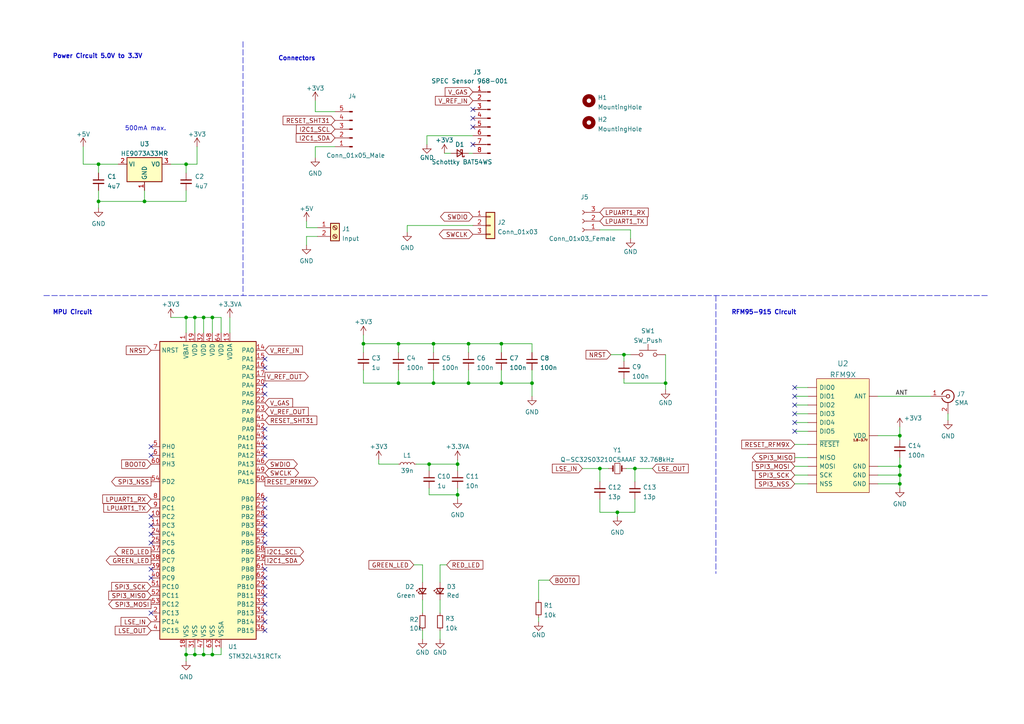
<source format=kicad_sch>
(kicad_sch (version 20211123) (generator eeschema)
  (paper "A4")
  (title_block (title "Diseño PCB Nodo Sensor Version 2.0") (date "2022-09-13") (company "UTEC"))
  (lib_symbols
    (symbol "Connector:Conn_01x03_Female" (pin_names (offset 1.016) hide)
      (property "Reference" "J" (at 0 5.08 0))
      (property "Value" "Conn_01x03_Female" (at 0 -5.08 0))
      (symbol "Conn_01x03_Female_1_1"
        (arc (start 0 -2.032) (mid -0.508 -2.54) (end 0 -3.048) (stroke (width 0.1524)))
        (polyline (pts (xy -1.27 -2.54) (xy -0.508 -2.54)) (stroke (width 0.1524)))
        (polyline (pts (xy -1.27 0) (xy -0.508 0)) (stroke (width 0.1524)))
        (polyline (pts (xy -1.27 2.54) (xy -0.508 2.54)) (stroke (width 0.1524)))
        (arc (start 0 0.508) (mid -0.508 0) (end 0 -0.508) (stroke (width 0.1524)))
        (arc (start 0 3.048) (mid -0.508 2.54) (end 0 2.032) (stroke (width 0.1524)))
        (pin passive line (at -5.08 2.54 0) (length 3.81) (name "Pin_1") (number "1"))
        (pin passive line (at -5.08 0 0) (length 3.81) (name "Pin_2") (number "2"))
        (pin passive line (at -5.08 -2.54 0) (length 3.81) (name "Pin_3") (number "3"))
      )
    )
    (symbol "Connector:Conn_01x05_Male" (pin_names (offset 1.016) hide)
      (property "Reference" "J" (at 0 7.62 0))
      (property "Value" "Conn_01x05_Male" (at 0 -7.62 0))
      (symbol "Conn_01x05_Male_1_1"
        (polyline (pts (xy 1.27 -5.08) (xy 0.8636 -5.08)) (stroke (width 0.1524)))
        (polyline (pts (xy 1.27 -2.54) (xy 0.8636 -2.54)) (stroke (width 0.1524)))
        (polyline (pts (xy 1.27 0) (xy 0.8636 0)) (stroke (width 0.1524)))
        (polyline (pts (xy 1.27 2.54) (xy 0.8636 2.54)) (stroke (width 0.1524)))
        (polyline (pts (xy 1.27 5.08) (xy 0.8636 5.08)) (stroke (width 0.1524)))
        (rectangle (start 0.8636 -4.953) (end 0 -5.207) (stroke (width 0.1524)) (fill (type outline)))
        (rectangle (start 0.8636 -2.413) (end 0 -2.667) (stroke (width 0.1524)) (fill (type outline)))
        (rectangle (start 0.8636 0.127) (end 0 -0.127) (stroke (width 0.1524)) (fill (type outline)))
        (rectangle (start 0.8636 2.667) (end 0 2.413) (stroke (width 0.1524)) (fill (type outline)))
        (rectangle (start 0.8636 5.207) (end 0 4.953) (stroke (width 0.1524)) (fill (type outline)))
        (pin passive line (at 5.08 5.08 180) (length 3.81) (name "Pin_1") (number "1"))
        (pin passive line (at 5.08 2.54 180) (length 3.81) (name "Pin_2") (number "2"))
        (pin passive line (at 5.08 0 180) (length 3.81) (name "Pin_3") (number "3"))
        (pin passive line (at 5.08 -2.54 180) (length 3.81) (name "Pin_4") (number "4"))
        (pin passive line (at 5.08 -5.08 180) (length 3.81) (name "Pin_5") (number "5"))
      )
    )
    (symbol "Connector:Conn_01x08_Male" (pin_names (offset 1.016) hide)
      (property "Reference" "J" (at 0 10.16 0))
      (property "Value" "Conn_01x08_Male" (at 0 -12.7 0))
      (symbol "Conn_01x08_Male_1_1"
        (polyline (pts (xy 1.27 -10.16) (xy 0.8636 -10.16)) (stroke (width 0.1524)))
        (polyline (pts (xy 1.27 -7.62) (xy 0.8636 -7.62)) (stroke (width 0.1524)))
        (polyline (pts (xy 1.27 -5.08) (xy 0.8636 -5.08)) (stroke (width 0.1524)))
        (polyline (pts (xy 1.27 -2.54) (xy 0.8636 -2.54)) (stroke (width 0.1524)))
        (polyline (pts (xy 1.27 0) (xy 0.8636 0)) (stroke (width 0.1524)))
        (polyline (pts (xy 1.27 2.54) (xy 0.8636 2.54)) (stroke (width 0.1524)))
        (polyline (pts (xy 1.27 5.08) (xy 0.8636 5.08)) (stroke (width 0.1524)))
        (polyline (pts (xy 1.27 7.62) (xy 0.8636 7.62)) (stroke (width 0.1524)))
        (rectangle (start 0.8636 -10.033) (end 0 -10.287) (stroke (width 0.1524)) (fill (type outline)))
        (rectangle (start 0.8636 -7.493) (end 0 -7.747) (stroke (width 0.1524)) (fill (type outline)))
        (rectangle (start 0.8636 -4.953) (end 0 -5.207) (stroke (width 0.1524)) (fill (type outline)))
        (rectangle (start 0.8636 -2.413) (end 0 -2.667) (stroke (width 0.1524)) (fill (type outline)))
        (rectangle (start 0.8636 0.127) (end 0 -0.127) (stroke (width 0.1524)) (fill (type outline)))
        (rectangle (start 0.8636 2.667) (end 0 2.413) (stroke (width 0.1524)) (fill (type outline)))
        (rectangle (start 0.8636 5.207) (end 0 4.953) (stroke (width 0.1524)) (fill (type outline)))
        (rectangle (start 0.8636 7.747) (end 0 7.493) (stroke (width 0.1524)) (fill (type outline)))
        (pin passive line (at 5.08 7.62 180) (length 3.81) (name "Pin_1") (number "1"))
        (pin passive line (at 5.08 5.08 180) (length 3.81) (name "Pin_2") (number "2"))
        (pin passive line (at 5.08 2.54 180) (length 3.81) (name "Pin_3") (number "3"))
        (pin passive line (at 5.08 0 180) (length 3.81) (name "Pin_4") (number "4"))
        (pin passive line (at 5.08 -2.54 180) (length 3.81) (name "Pin_5") (number "5"))
        (pin passive line (at 5.08 -5.08 180) (length 3.81) (name "Pin_6") (number "6"))
        (pin passive line (at 5.08 -7.62 180) (length 3.81) (name "Pin_7") (number "7"))
        (pin passive line (at 5.08 -10.16 180) (length 3.81) (name "Pin_8") (number "8"))
      )
    )
    (symbol "Connector:Conn_Coaxial" (pin_names (offset 1.016) hide)
      (property "Reference" "J" (at 0.254 3.048 0))
      (property "Value" "Conn_Coaxial" (at 2.921 0 90))
      (symbol "Conn_Coaxial_0_1"
        (arc (start -1.778 -0.508) (mid 0.222 -1.808) (end 1.778 0) (stroke (width 0.254)))
        (polyline (pts (xy -2.54 0) (xy -0.508 0)))
        (polyline (pts (xy 0 -2.54) (xy 0 -1.778)))
        (circle (center 0 0) (radius 0.508) (stroke (width 0.2032)))
        (arc (start 1.778 0) (mid 0.222 1.8083) (end -1.778 0.508) (stroke (width 0.254)))
      )
      (symbol "Conn_Coaxial_1_1"
        (pin passive line (at -5.08 0 0) (length 2.54) (name "In") (number "1"))
        (pin passive line (at 0 -5.08 90) (length 2.54) (name "Ext") (number "2"))
      )
    )
    (symbol "Connector:Screw_Terminal_01x02" (pin_names (offset 1.016) hide)
      (property "Reference" "J" (at 0 2.54 0))
      (property "Value" "Screw_Terminal_01x02" (at 0 -5.08 0))
      (symbol "Screw_Terminal_01x02_1_1"
        (rectangle (start -1.27 1.27) (end 1.27 -3.81) (stroke (width 0.254)) (fill (type background)))
        (circle (center 0 -2.54) (radius 0.635) (stroke (width 0.1524)))
        (polyline (pts (xy -0.5334 -2.2098) (xy 0.3302 -3.048)) (stroke (width 0.1524)))
        (polyline (pts (xy -0.5334 0.3302) (xy 0.3302 -0.508)) (stroke (width 0.1524)))
        (polyline (pts (xy -0.3556 -2.032) (xy 0.508 -2.8702)) (stroke (width 0.1524)))
        (polyline (pts (xy -0.3556 0.508) (xy 0.508 -0.3302)) (stroke (width 0.1524)))
        (circle (center 0 0) (radius 0.635) (stroke (width 0.1524)))
        (pin passive line (at -5.08 0 0) (length 3.81) (name "Pin_1") (number "1"))
        (pin passive line (at -5.08 -2.54 0) (length 3.81) (name "Pin_2") (number "2"))
      )
    )
    (symbol "Connector_Generic:Conn_01x03" (pin_names (offset 1.016) hide)
      (property "Reference" "J" (at 0 5.08 0))
      (property "Value" "Conn_01x03" (at 0 -5.08 0))
      (symbol "Conn_01x03_1_1"
        (rectangle (start -1.27 -2.413) (end 0 -2.667) (stroke (width 0.1524)))
        (rectangle (start -1.27 0.127) (end 0 -0.127) (stroke (width 0.1524)))
        (rectangle (start -1.27 2.667) (end 0 2.413) (stroke (width 0.1524)))
        (rectangle (start -1.27 3.81) (end 1.27 -3.81) (stroke (width 0.254)) (fill (type background)))
        (pin passive line (at -5.08 2.54 0) (length 3.81) (name "Pin_1") (number "1"))
        (pin passive line (at -5.08 0 0) (length 3.81) (name "Pin_2") (number "2"))
        (pin passive line (at -5.08 -2.54 0) (length 3.81) (name "Pin_3") (number "3"))
      )
    )
    (symbol "Device:C_Small" (pin_numbers hide) (pin_names (offset 0.254) hide)
      (property "Reference" "C" (at 0.254 1.778 0))
      (property "Value" "C_Small" (at 0.254 -2.032 0))
      (symbol "C_Small_0_1"
        (polyline (pts (xy -1.524 -0.508) (xy 1.524 -0.508)) (stroke (width 0.3302)))
        (polyline (pts (xy -1.524 0.508) (xy 1.524 0.508)) (stroke (width 0.3048)))
      )
      (symbol "C_Small_1_1"
        (pin passive line (at 0 2.54 270) (length 2.032) (name "~") (number "1"))
        (pin passive line (at 0 -2.54 90) (length 2.032) (name "~") (number "2"))
      )
    )
    (symbol "Device:Crystal_Small" (pin_numbers hide) (pin_names (offset 1.016) hide)
      (property "Reference" "Y" (at 0 2.54 0))
      (property "Value" "Crystal_Small" (at 0 -2.54 0))
      (symbol "Crystal_Small_0_1"
        (rectangle (start -0.762 -1.524) (end 0.762 1.524))
        (polyline (pts (xy -1.27 -0.762) (xy -1.27 0.762)) (stroke (width 0.381)))
        (polyline (pts (xy 1.27 -0.762) (xy 1.27 0.762)) (stroke (width 0.381)))
      )
      (symbol "Crystal_Small_1_1"
        (pin passive line (at -2.54 0 0) (length 1.27) (name "1") (number "1"))
        (pin passive line (at 2.54 0 180) (length 1.27) (name "2") (number "2"))
      )
    )
    (symbol "Device:D_Schottky_Small" (pin_numbers hide) (pin_names (offset 0.254) hide)
      (property "Reference" "D" (at -1.27 2.032 0))
      (property "Value" "D_Schottky_Small" (at -7.112 -2.032 0))
      (symbol "D_Schottky_Small_0_1"
        (polyline (pts (xy -0.762 0) (xy 0.762 0)))
        (polyline (pts (xy 0.762 -1.016) (xy -0.762 0) (xy 0.762 1.016) (xy 0.762 -1.016)) (stroke (width 0.254)))
        (polyline (pts (xy -1.27 0.762) (xy -1.27 1.016) (xy -0.762 1.016) (xy -0.762 -1.016) (xy -0.254 -1.016) (xy -0.254 -0.762)) (stroke (width 0.254)))
      )
      (symbol "D_Schottky_Small_1_1"
        (pin passive line (at -2.54 0 0) (length 1.778) (name "K") (number "1"))
        (pin passive line (at 2.54 0 180) (length 1.778) (name "A") (number "2"))
      )
    )
    (symbol "Device:LED_Small" (pin_numbers hide) (pin_names (offset 0.254) hide)
      (property "Reference" "D" (at -1.27 3.175 0))
      (property "Value" "LED_Small" (at -4.445 -2.54 0))
      (symbol "LED_Small_0_1"
        (polyline (pts (xy -0.762 -1.016) (xy -0.762 1.016)) (stroke (width 0.254)))
        (polyline (pts (xy 1.016 0) (xy -0.762 0)))
        (polyline (pts (xy 0.762 -1.016) (xy -0.762 0) (xy 0.762 1.016) (xy 0.762 -1.016)) (stroke (width 0.254)))
        (polyline (pts (xy 0 0.762) (xy -0.508 1.27) (xy -0.254 1.27) (xy -0.508 1.27) (xy -0.508 1.016)))
        (polyline (pts (xy 0.508 1.27) (xy 0 1.778) (xy 0.254 1.778) (xy 0 1.778) (xy 0 1.524)))
      )
      (symbol "LED_Small_1_1"
        (pin passive line (at -2.54 0 0) (length 1.778) (name "K") (number "1"))
        (pin passive line (at 2.54 0 180) (length 1.778) (name "A") (number "2"))
      )
    )
    (symbol "Device:L_Small" (pin_numbers hide) (pin_names (offset 0.254) hide)
      (property "Reference" "L" (at 0.762 1.016 0))
      (property "Value" "L_Small" (at 0.762 -1.016 0))
      (symbol "L_Small_0_1"
        (arc (start 0 -2.032) (mid 0.508 -1.524) (end 0 -1.016))
        (arc (start 0 -1.016) (mid 0.508 -0.508) (end 0 0))
        (arc (start 0 0) (mid 0.508 0.508) (end 0 1.016))
        (arc (start 0 1.016) (mid 0.508 1.524) (end 0 2.032))
      )
      (symbol "L_Small_1_1"
        (pin passive line (at 0 2.54 270) (length 0.508) (name "~") (number "1"))
        (pin passive line (at 0 -2.54 90) (length 0.508) (name "~") (number "2"))
      )
    )
    (symbol "Device:R_Small" (pin_numbers hide) (pin_names (offset 0.254) hide)
      (property "Reference" "R" (at 0.762 0.508 0))
      (property "Value" "R_Small" (at 0.762 -1.016 0))
      (symbol "R_Small_0_1"
        (rectangle (start -0.762 1.778) (end 0.762 -1.778) (stroke (width 0.2032)))
      )
      (symbol "R_Small_1_1"
        (pin passive line (at 0 2.54 270) (length 0.762) (name "~") (number "1"))
        (pin passive line (at 0 -2.54 90) (length 0.762) (name "~") (number "2"))
      )
    )
    (symbol "MCU_ST_STM32L4:STM32L431RCTx"
      (property "Reference" "U" (at -15.24 44.45 0))
      (property "Value" "STM32L431RCTx" (at 7.62 44.45 0))
      (symbol "STM32L431RCTx_0_1"
        (rectangle (start -15.24 -43.18) (end 12.7 43.18) (stroke (width 0.254)) (fill (type background)))
      )
      (symbol "STM32L431RCTx_1_1"
        (pin power_in line (at -7.62 45.72 270) (length 2.54) (name "VBAT") (number "1"))
        (pin bidirectional line (at -17.78 -7.62 0) (length 2.54) (name "PC2") (number "10"))
        (pin bidirectional line (at -17.78 -10.16 0) (length 2.54) (name "PC3") (number "11"))
        (pin power_in line (at 2.54 -45.72 90) (length 2.54) (name "VSSA") (number "12"))
        (pin power_in line (at 5.08 45.72 270) (length 2.54) (name "VDDA") (number "13"))
        (pin bidirectional line (at 15.24 40.64 180) (length 2.54) (name "PA0") (number "14"))
        (pin bidirectional line (at 15.24 38.1 180) (length 2.54) (name "PA1") (number "15"))
        (pin bidirectional line (at 15.24 35.56 180) (length 2.54) (name "PA2") (number "16"))
        (pin bidirectional line (at 15.24 33.02 180) (length 2.54) (name "PA3") (number "17"))
        (pin power_in line (at -7.62 -45.72 90) (length 2.54) (name "VSS") (number "18"))
        (pin power_in line (at -5.08 45.72 270) (length 2.54) (name "VDD") (number "19"))
        (pin bidirectional line (at -17.78 -35.56 0) (length 2.54) (name "PC13") (number "2"))
        (pin bidirectional line (at 15.24 30.48 180) (length 2.54) (name "PA4") (number "20"))
        (pin bidirectional line (at 15.24 27.94 180) (length 2.54) (name "PA5") (number "21"))
        (pin bidirectional line (at 15.24 25.4 180) (length 2.54) (name "PA6") (number "22"))
        (pin bidirectional line (at 15.24 22.86 180) (length 2.54) (name "PA7") (number "23"))
        (pin bidirectional line (at -17.78 -12.7 0) (length 2.54) (name "PC4") (number "24"))
        (pin bidirectional line (at -17.78 -15.24 0) (length 2.54) (name "PC5") (number "25"))
        (pin bidirectional line (at 15.24 -2.54 180) (length 2.54) (name "PB0") (number "26"))
        (pin bidirectional line (at 15.24 -5.08 180) (length 2.54) (name "PB1") (number "27"))
        (pin bidirectional line (at 15.24 -7.62 180) (length 2.54) (name "PB2") (number "28"))
        (pin bidirectional line (at 15.24 -27.94 180) (length 2.54) (name "PB10") (number "29"))
        (pin bidirectional line (at -17.78 -38.1 0) (length 2.54) (name "PC14") (number "3"))
        (pin bidirectional line (at 15.24 -30.48 180) (length 2.54) (name "PB11") (number "30"))
        (pin power_in line (at -5.08 -45.72 90) (length 2.54) (name "VSS") (number "31"))
        (pin power_in line (at -2.54 45.72 270) (length 2.54) (name "VDD") (number "32"))
        (pin bidirectional line (at 15.24 -33.02 180) (length 2.54) (name "PB12") (number "33"))
        (pin bidirectional line (at 15.24 -35.56 180) (length 2.54) (name "PB13") (number "34"))
        (pin bidirectional line (at 15.24 -38.1 180) (length 2.54) (name "PB14") (number "35"))
        (pin bidirectional line (at 15.24 -40.64 180) (length 2.54) (name "PB15") (number "36"))
        (pin bidirectional line (at -17.78 -17.78 0) (length 2.54) (name "PC6") (number "37"))
        (pin bidirectional line (at -17.78 -20.32 0) (length 2.54) (name "PC7") (number "38"))
        (pin bidirectional line (at -17.78 -22.86 0) (length 2.54) (name "PC8") (number "39"))
        (pin bidirectional line (at -17.78 -40.64 0) (length 2.54) (name "PC15") (number "4"))
        (pin bidirectional line (at -17.78 -25.4 0) (length 2.54) (name "PC9") (number "40"))
        (pin bidirectional line (at 15.24 20.32 180) (length 2.54) (name "PA8") (number "41"))
        (pin bidirectional line (at 15.24 17.78 180) (length 2.54) (name "PA9") (number "42"))
        (pin bidirectional line (at 15.24 15.24 180) (length 2.54) (name "PA10") (number "43"))
        (pin bidirectional line (at 15.24 12.7 180) (length 2.54) (name "PA11") (number "44"))
        (pin bidirectional line (at 15.24 10.16 180) (length 2.54) (name "PA12") (number "45"))
        (pin bidirectional line (at 15.24 7.62 180) (length 2.54) (name "PA13") (number "46"))
        (pin power_in line (at -2.54 -45.72 90) (length 2.54) (name "VSS") (number "47"))
        (pin power_in line (at 0 45.72 270) (length 2.54) (name "VDD") (number "48"))
        (pin bidirectional line (at 15.24 5.08 180) (length 2.54) (name "PA14") (number "49"))
        (pin input line (at -17.78 12.7 0) (length 2.54) (name "PH0") (number "5"))
        (pin bidirectional line (at 15.24 2.54 180) (length 2.54) (name "PA15") (number "50"))
        (pin bidirectional line (at -17.78 -27.94 0) (length 2.54) (name "PC10") (number "51"))
        (pin bidirectional line (at -17.78 -30.48 0) (length 2.54) (name "PC11") (number "52"))
        (pin bidirectional line (at -17.78 -33.02 0) (length 2.54) (name "PC12") (number "53"))
        (pin bidirectional line (at -17.78 2.54 0) (length 2.54) (name "PD2") (number "54"))
        (pin bidirectional line (at 15.24 -10.16 180) (length 2.54) (name "PB3") (number "55"))
        (pin bidirectional line (at 15.24 -12.7 180) (length 2.54) (name "PB4") (number "56"))
        (pin bidirectional line (at 15.24 -15.24 180) (length 2.54) (name "PB5") (number "57"))
        (pin bidirectional line (at 15.24 -17.78 180) (length 2.54) (name "PB6") (number "58"))
        (pin bidirectional line (at 15.24 -20.32 180) (length 2.54) (name "PB7") (number "59"))
        (pin input line (at -17.78 10.16 0) (length 2.54) (name "PH1") (number "6"))
        (pin bidirectional line (at -17.78 7.62 0) (length 2.54) (name "PH3") (number "60"))
        (pin bidirectional line (at 15.24 -22.86 180) (length 2.54) (name "PB8") (number "61"))
        (pin bidirectional line (at 15.24 -25.4 180) (length 2.54) (name "PB9") (number "62"))
        (pin power_in line (at 0 -45.72 90) (length 2.54) (name "VSS") (number "63"))
        (pin power_in line (at 2.54 45.72 270) (length 2.54) (name "VDD") (number "64"))
        (pin input line (at -17.78 40.64 0) (length 2.54) (name "NRST") (number "7"))
        (pin bidirectional line (at -17.78 -2.54 0) (length 2.54) (name "PC0") (number "8"))
        (pin bidirectional line (at -17.78 -5.08 0) (length 2.54) (name "PC1") (number "9"))
      )
    )
    (symbol "Mechanical:MountingHole" (pin_names (offset 1.016))
      (property "Reference" "H" (at 0 5.08 0))
      (property "Value" "MountingHole" (at 0 3.175 0))
      (symbol "MountingHole_0_1"
        (circle (center 0 0) (radius 1.27) (stroke (width 1.27)))
      )
    )
    (symbol "RFM9X:RFM9X" (pin_numbers hide) (pin_names (offset 0.762))
      (property "Reference" "U" (at 0 -17.78 0))
      (property "Value" "RFM9X" (at 0 17.78 0))
      (symbol "RFM9X_0_0"
        (text "1.8-3.7V" (at 5.08 -1.27 0) (effects (font (size 0.6096 0.6096))))
      )
      (symbol "RFM9X_0_1"
        (rectangle (start -7.62 16.51) (end 7.62 -16.51) (fill (type background)))
      )
      (symbol "RFM9X_1_1"
        (pin power_in line (at 10.16 -8.89 180) (length 2.54) (name "GND") (number "1"))
        (pin bidirectional line (at -10.16 11.43 0) (length 2.54) (name "DIO1") (number "10"))
        (pin bidirectional line (at -10.16 13.97 0) (length 2.54) (name "DIO0") (number "11"))
        (pin power_in line (at 10.16 0 180) (length 2.54) (name "VDD") (number "12"))
        (pin bidirectional line (at -10.16 3.81 0) (length 2.54) (name "DIO4") (number "13"))
        (pin bidirectional line (at -10.16 6.35 0) (length 2.54) (name "DIO3") (number "14"))
        (pin power_in line (at 10.16 -13.97 180) (length 2.54) (name "GND") (number "15"))
        (pin output line (at 10.16 11.43 180) (length 2.54) (name "ANT") (number "16"))
        (pin output line (at -10.16 -6.35 0) (length 2.54) (name "MISO") (number "2"))
        (pin input line (at -10.16 -8.89 0) (length 2.54) (name "MOSI") (number "3"))
        (pin input line (at -10.16 -11.43 0) (length 2.54) (name "SCK") (number "4"))
        (pin input line (at -10.16 -13.97 0) (length 2.54) (name "NSS") (number "5"))
        (pin input line (at -10.16 -2.54 0) (length 2.54) (name "~{RESET}") (number "6"))
        (pin bidirectional line (at -10.16 1.27 0) (length 2.54) (name "DIO5") (number "7"))
        (pin power_in line (at 10.16 -11.43 180) (length 2.54) (name "GND") (number "8"))
        (pin bidirectional line (at -10.16 8.89 0) (length 2.54) (name "DIO2") (number "9"))
      )
    )
    (symbol "Regulator_Linear:MCP1754S-5002xCB"
      (property "Reference" "U?" (at 0 5.8715 0))
      (property "Value" "MCP1754S-5002xCB" (at 0 3.0964 0))
      (symbol "MCP1754S-5002xCB_0_1"
        (rectangle (start -5.08 -5.08) (end 5.08 1.905) (stroke (width 0.254)) (fill (type background)))
      )
      (symbol "MCP1754S-5002xCB_1_1"
        (pin power_in line (at 0 -7.62 90) (length 2.54) (name "GND") (number "1"))
        (pin power_in line (at -7.62 0 0) (length 2.54) (name "VI") (number "2"))
        (pin power_out line (at 7.62 0 180) (length 2.54) (name "VO") (number "3"))
      )
    )
    (symbol "Switch:SW_Push" (pin_numbers hide) (pin_names (offset 1.016) hide)
      (property "Reference" "SW" (at 1.27 2.54 0))
      (property "Value" "SW_Push" (at 0 -1.524 0))
      (symbol "SW_Push_0_1"
        (circle (center -2.032 0) (radius 0.508))
        (polyline (pts (xy 0 1.27) (xy 0 3.048)))
        (polyline (pts (xy 2.54 1.27) (xy -2.54 1.27)))
        (circle (center 2.032 0) (radius 0.508))
        (pin passive line (at -5.08 0 0) (length 2.54) (name "1") (number "1"))
        (pin passive line (at 5.08 0 180) (length 2.54) (name "2") (number "2"))
      )
    )
    (symbol "power:+3.3V" (power) (pin_names (offset 0))
      (property "Value" "+3.3V" (at 0 3.556 0))
      (symbol "+3.3V_0_1"
        (polyline (pts (xy -0.762 1.27) (xy 0 2.54)))
        (polyline (pts (xy 0 0) (xy 0 2.54)))
        (polyline (pts (xy 0 2.54) (xy 0.762 1.27)))
      )
      (symbol "+3.3V_1_1"
        (pin power_in line (at 0 0 90) (length 0) hide (name "+3V3") (number "1"))
      )
    )
    (symbol "power:+3.3VA" (power) (pin_names (offset 0))
      (property "Value" "+3.3VA" (at 0 3.556 0))
      (symbol "+3.3VA_0_1"
        (polyline (pts (xy -0.762 1.27) (xy 0 2.54)))
        (polyline (pts (xy 0 0) (xy 0 2.54)))
        (polyline (pts (xy 0 2.54) (xy 0.762 1.27)))
      )
      (symbol "+3.3VA_1_1"
        (pin power_in line (at 0 0 90) (length 0) hide (name "+3.3VA") (number "1"))
      )
    )
    (symbol "power:+3V3" (power) (pin_names (offset 0))
      (property "Value" "+3V3" (at 0 3.556 0))
      (symbol "+3V3_0_1"
        (polyline (pts (xy -0.762 1.27) (xy 0 2.54)))
        (polyline (pts (xy 0 0) (xy 0 2.54)))
        (polyline (pts (xy 0 2.54) (xy 0.762 1.27)))
      )
      (symbol "+3V3_1_1"
        (pin power_in line (at 0 0 90) (length 0) hide (name "+3V3") (number "1"))
      )
    )
    (symbol "power:+5V" (power) (pin_names (offset 0))
      (property "Value" "+5V" (at 0 3.556 0))
      (symbol "+5V_0_1"
        (polyline (pts (xy -0.762 1.27) (xy 0 2.54)))
        (polyline (pts (xy 0 0) (xy 0 2.54)))
        (polyline (pts (xy 0 2.54) (xy 0.762 1.27)))
      )
      (symbol "+5V_1_1"
        (pin power_in line (at 0 0 90) (length 0) hide (name "+5V") (number "1"))
      )
    )
    (symbol "power:GND" (power) (pin_names (offset 0))
      (property "Value" "GND" (at 0 -3.81 0))
      (symbol "GND_0_1"
        (polyline (pts (xy 0 0) (xy 0 -1.27) (xy 1.27 -1.27) (xy 0 -2.54) (xy -1.27 -1.27) (xy 0 -1.27)))
      )
      (symbol "GND_1_1"
        (pin power_in line (at 0 0 270) (length 0) hide (name "GND") (number "1"))
      )
    )
  )
  (junction (at 53.975 92.075))
  (junction (at 115.57 99.695))
  (junction (at 145.415 111.125))
  (junction (at 59.055 189.865))
  (junction (at 260.985 126.365))
  (junction (at 179.07 148.59))
  (junction (at 173.99 135.89))
  (junction (at 53.975 189.865))
  (junction (at 115.57 111.125))
  (junction (at 145.415 99.695))
  (junction (at 184.15 135.89))
  (junction (at 125.73 111.125))
  (junction (at 132.715 134.62))
  (junction (at 41.91 58.42))
  (junction (at 260.985 140.335))
  (junction (at 61.595 189.865))
  (junction (at 260.985 137.795))
  (junction (at 180.975 102.87))
  (junction (at 56.515 92.075))
  (junction (at 135.89 111.125))
  (junction (at 124.46 134.62))
  (junction (at 56.515 189.865))
  (junction (at 154.305 111.125))
  (junction (at 28.575 58.42))
  (junction (at 125.73 99.695))
  (junction (at 193.04 111.125))
  (junction (at 53.975 47.625))
  (junction (at 260.985 135.255))
  (junction (at 105.41 99.695))
  (junction (at 59.055 92.075))
  (junction (at 132.715 143.51))
  (junction (at 135.89 99.695))
  (junction (at 61.595 92.075))
  (junction (at 28.575 47.625))
  (no_connect (at 137.16 41.91))
  (no_connect (at 137.16 31.75))
  (no_connect (at 43.815 177.8))
  (no_connect (at 43.815 167.64))
  (no_connect (at 43.815 165.1))
  (no_connect (at 76.835 165.1))
  (no_connect (at 76.835 167.64))
  (no_connect (at 76.835 170.18))
  (no_connect (at 76.835 172.72))
  (no_connect (at 76.835 175.26))
  (no_connect (at 76.835 177.8))
  (no_connect (at 76.835 180.34))
  (no_connect (at 76.835 182.88))
  (no_connect (at 43.815 149.86))
  (no_connect (at 43.815 152.4))
  (no_connect (at 43.815 154.94))
  (no_connect (at 76.835 104.14))
  (no_connect (at 76.835 106.68))
  (no_connect (at 76.835 111.76))
  (no_connect (at 76.835 114.3))
  (no_connect (at 76.835 124.46))
  (no_connect (at 76.835 127))
  (no_connect (at 76.835 129.54))
  (no_connect (at 76.835 132.08))
  (no_connect (at 76.835 144.78))
  (no_connect (at 76.835 147.32))
  (no_connect (at 76.835 149.86))
  (no_connect (at 76.835 152.4))
  (no_connect (at 76.835 154.94))
  (no_connect (at 76.835 157.48))
  (no_connect (at 43.815 157.48))
  (no_connect (at 43.815 132.08))
  (no_connect (at 43.815 129.54))
  (no_connect (at 137.16 36.83))
  (no_connect (at 230.505 114.935))
  (no_connect (at 230.505 117.475))
  (no_connect (at 230.505 120.015))
  (no_connect (at 230.505 122.555))
  (no_connect (at 230.505 125.095))
  (no_connect (at 230.505 112.395))
  (no_connect (at 137.16 34.29))
  (wire (pts (xy 91.44 45.72) (xy 91.44 42.545)))
  (wire (pts (xy 109.855 133.35) (xy 109.855 134.62)))
  (wire (pts (xy 61.595 92.075) (xy 64.135 92.075)))
  (wire (pts (xy 124.46 143.51) (xy 132.715 143.51)))
  (wire (pts (xy 180.975 111.125) (xy 193.04 111.125)))
  (wire (pts (xy 184.15 139.7) (xy 184.15 135.89)))
  (wire (pts (xy 193.04 102.87) (xy 193.04 111.125)))
  (wire (pts (xy 260.985 132.715) (xy 260.985 135.255)))
  (wire (pts (xy 180.975 102.87) (xy 180.975 104.775)))
  (wire (pts (xy 53.975 55.245) (xy 53.975 58.42)))
  (wire (pts (xy 124.46 134.62) (xy 124.46 136.525)))
  (wire (pts (xy 88.9 68.58) (xy 92.075 68.58)))
  (wire (pts (xy 122.555 163.83) (xy 122.555 168.91)))
  (wire (pts (xy 132.715 141.605) (xy 132.715 143.51)))
  (wire (pts (xy 53.975 187.96) (xy 53.975 189.865)))
  (wire (pts (xy 120.015 163.83) (xy 122.555 163.83)))
  (wire (pts (xy 118.11 65.405) (xy 137.16 65.405)))
  (wire (pts (xy 115.57 102.235) (xy 115.57 99.695)))
  (wire (pts (xy 154.305 99.695) (xy 145.415 99.695)))
  (wire (pts (xy 168.91 135.89) (xy 173.99 135.89)))
  (wire (pts (xy 64.135 92.075) (xy 64.135 96.52)))
  (wire (pts (xy 57.15 42.545) (xy 57.15 47.625)))
  (wire (pts (xy 260.985 137.795) (xy 260.985 140.335)))
  (wire (pts (xy 41.91 58.42) (xy 28.575 58.42)))
  (wire (pts (xy 184.15 144.78) (xy 184.15 148.59)))
  (wire (pts (xy 274.955 121.92) (xy 274.955 120.015)))
  (wire (pts (xy 109.855 134.62) (xy 115.57 134.62)))
  (wire (pts (xy 125.73 99.695) (xy 115.57 99.695)))
  (polyline (pts (xy 70.485 12.065) (xy 70.485 85.725)))
  (wire (pts (xy 61.595 92.075) (xy 61.595 96.52)))
  (wire (pts (xy 135.89 107.315) (xy 135.89 111.125)))
  (wire (pts (xy 173.99 144.78) (xy 173.99 148.59)))
  (wire (pts (xy 59.055 92.075) (xy 61.595 92.075)))
  (wire (pts (xy 64.135 189.865) (xy 61.595 189.865)))
  (wire (pts (xy 180.975 109.855) (xy 180.975 111.125)))
  (wire (pts (xy 135.89 44.45) (xy 137.16 44.45)))
  (wire (pts (xy 53.975 47.625) (xy 57.15 47.625)))
  (wire (pts (xy 127.635 168.91) (xy 127.635 163.83)))
  (wire (pts (xy 53.975 189.865) (xy 53.975 191.77)))
  (wire (pts (xy 230.505 117.475) (xy 234.315 117.475)))
  (wire (pts (xy 64.135 187.96) (xy 64.135 189.865)))
  (wire (pts (xy 132.715 134.62) (xy 132.715 136.525)))
  (wire (pts (xy 260.985 127.635) (xy 260.985 126.365)))
  (wire (pts (xy 230.505 120.015) (xy 234.315 120.015)))
  (wire (pts (xy 230.505 132.715) (xy 234.315 132.715)))
  (wire (pts (xy 56.515 92.075) (xy 56.515 96.52)))
  (wire (pts (xy 132.715 133.35) (xy 132.715 134.62)))
  (wire (pts (xy 115.57 107.315) (xy 115.57 111.125)))
  (wire (pts (xy 127.635 173.99) (xy 127.635 177.8)))
  (wire (pts (xy 260.985 126.365) (xy 260.985 123.825)))
  (wire (pts (xy 105.41 97.155) (xy 105.41 99.695)))
  (wire (pts (xy 254.635 140.335) (xy 260.985 140.335)))
  (wire (pts (xy 59.055 92.075) (xy 59.055 96.52)))
  (wire (pts (xy 122.555 182.88) (xy 122.555 185.42)))
  (wire (pts (xy 59.055 189.865) (xy 56.515 189.865)))
  (wire (pts (xy 88.9 64.135) (xy 88.9 66.04)))
  (wire (pts (xy 154.305 107.315) (xy 154.305 111.125)))
  (wire (pts (xy 156.21 168.275) (xy 159.385 168.275)))
  (wire (pts (xy 28.575 58.42) (xy 28.575 60.325)))
  (wire (pts (xy 88.9 71.12) (xy 88.9 68.58)))
  (wire (pts (xy 230.505 135.255) (xy 234.315 135.255)))
  (wire (pts (xy 173.99 135.89) (xy 173.99 139.7)))
  (wire (pts (xy 91.44 42.545) (xy 97.155 42.545)))
  (wire (pts (xy 123.825 39.37) (xy 137.16 39.37)))
  (wire (pts (xy 135.89 99.695) (xy 125.73 99.695)))
  (wire (pts (xy 145.415 102.235) (xy 145.415 99.695)))
  (wire (pts (xy 254.635 114.935) (xy 269.875 114.935)))
  (wire (pts (xy 124.46 141.605) (xy 124.46 143.51)))
  (wire (pts (xy 53.975 92.075) (xy 53.975 96.52)))
  (wire (pts (xy 254.635 135.255) (xy 260.985 135.255)))
  (wire (pts (xy 120.65 134.62) (xy 124.46 134.62)))
  (wire (pts (xy 230.505 125.095) (xy 234.315 125.095)))
  (wire (pts (xy 56.515 189.865) (xy 53.975 189.865)))
  (wire (pts (xy 118.11 67.31) (xy 118.11 65.405)))
  (wire (pts (xy 230.505 140.335) (xy 234.315 140.335)))
  (wire (pts (xy 24.13 47.625) (xy 28.575 47.625)))
  (polyline (pts (xy 207.645 85.725) (xy 207.645 166.37)))
  (wire (pts (xy 135.89 111.125) (xy 125.73 111.125)))
  (wire (pts (xy 28.575 55.245) (xy 28.575 58.42)))
  (wire (pts (xy 115.57 111.125) (xy 105.41 111.125)))
  (wire (pts (xy 230.505 122.555) (xy 234.315 122.555)))
  (wire (pts (xy 24.13 42.545) (xy 24.13 47.625)))
  (wire (pts (xy 184.15 135.89) (xy 189.23 135.89)))
  (wire (pts (xy 260.985 140.335) (xy 260.985 141.605)))
  (wire (pts (xy 145.415 111.125) (xy 135.89 111.125)))
  (wire (pts (xy 115.57 99.695) (xy 105.41 99.695)))
  (wire (pts (xy 122.555 173.99) (xy 122.555 177.8)))
  (wire (pts (xy 91.44 32.385) (xy 97.155 32.385)))
  (wire (pts (xy 179.07 148.59) (xy 179.07 149.86)))
  (wire (pts (xy 132.715 143.51) (xy 132.715 144.78)))
  (polyline (pts (xy 12.7 85.725) (xy 286.385 85.725)))
  (wire (pts (xy 105.41 107.315) (xy 105.41 111.125)))
  (wire (pts (xy 184.15 148.59) (xy 179.07 148.59)))
  (wire (pts (xy 91.44 29.21) (xy 91.44 32.385)))
  (wire (pts (xy 182.88 66.675) (xy 182.88 69.215)))
  (wire (pts (xy 156.21 179.07) (xy 156.21 180.34)))
  (wire (pts (xy 176.53 135.89) (xy 173.99 135.89)))
  (wire (pts (xy 230.505 128.905) (xy 234.315 128.905)))
  (wire (pts (xy 145.415 99.695) (xy 135.89 99.695)))
  (wire (pts (xy 135.89 102.235) (xy 135.89 99.695)))
  (wire (pts (xy 180.975 102.87) (xy 182.88 102.87)))
  (wire (pts (xy 105.41 99.695) (xy 105.41 102.235)))
  (wire (pts (xy 56.515 187.96) (xy 56.515 189.865)))
  (wire (pts (xy 127.635 163.83) (xy 129.54 163.83)))
  (wire (pts (xy 49.53 47.625) (xy 53.975 47.625)))
  (wire (pts (xy 154.305 111.125) (xy 154.305 114.935)))
  (wire (pts (xy 88.9 66.04) (xy 92.075 66.04)))
  (wire (pts (xy 154.305 102.235) (xy 154.305 99.695)))
  (wire (pts (xy 254.635 126.365) (xy 260.985 126.365)))
  (wire (pts (xy 61.595 189.865) (xy 59.055 189.865)))
  (wire (pts (xy 59.055 187.96) (xy 59.055 189.865)))
  (wire (pts (xy 230.505 112.395) (xy 234.315 112.395)))
  (wire (pts (xy 41.91 55.245) (xy 41.91 58.42)))
  (wire (pts (xy 125.73 111.125) (xy 115.57 111.125)))
  (wire (pts (xy 125.73 102.235) (xy 125.73 99.695)))
  (wire (pts (xy 173.99 148.59) (xy 179.07 148.59)))
  (wire (pts (xy 53.975 47.625) (xy 53.975 50.165)))
  (wire (pts (xy 28.575 47.625) (xy 28.575 50.165)))
  (wire (pts (xy 230.505 114.935) (xy 234.315 114.935)))
  (wire (pts (xy 53.975 92.075) (xy 56.515 92.075)))
  (wire (pts (xy 123.825 41.91) (xy 123.825 39.37)))
  (wire (pts (xy 230.505 137.795) (xy 234.315 137.795)))
  (wire (pts (xy 193.04 111.125) (xy 193.04 113.03)))
  (wire (pts (xy 145.415 107.315) (xy 145.415 111.125)))
  (wire (pts (xy 254.635 137.795) (xy 260.985 137.795)))
  (wire (pts (xy 173.99 66.675) (xy 182.88 66.675)))
  (wire (pts (xy 49.53 92.075) (xy 53.975 92.075)))
  (wire (pts (xy 53.975 58.42) (xy 41.91 58.42)))
  (wire (pts (xy 260.985 135.255) (xy 260.985 137.795)))
  (wire (pts (xy 156.21 168.275) (xy 156.21 173.99)))
  (wire (pts (xy 132.715 134.62) (xy 124.46 134.62)))
  (wire (pts (xy 127.635 182.88) (xy 127.635 185.42)))
  (wire (pts (xy 128.905 44.45) (xy 130.81 44.45)))
  (wire (pts (xy 125.73 107.315) (xy 125.73 111.125)))
  (wire (pts (xy 177.165 102.87) (xy 180.975 102.87)))
  (wire (pts (xy 181.61 135.89) (xy 184.15 135.89)))
  (wire (pts (xy 61.595 187.96) (xy 61.595 189.865)))
  (wire (pts (xy 154.305 111.125) (xy 145.415 111.125)))
  (wire (pts (xy 66.675 92.075) (xy 66.675 96.52)))
  (wire (pts (xy 28.575 47.625) (xy 34.29 47.625)))
  (wire (pts (xy 56.515 92.075) (xy 59.055 92.075)))
  (text "RFM95-915 Circuit" (at 212.09 91.44 0) (effects (font (size 1.27 1.27) (thickness 0.254) bold) (justify left bottom)))
  (text "500mA max." (at 36.195 38.1 0) (effects (font (size 1.27 1.27)) (justify left bottom)))
  (text "MPU Circuit" (at 15.24 91.44 0) (effects (font (size 1.27 1.27) (thickness 0.254) bold) (justify left bottom)))
  (text "Connectors" (at 80.645 17.78 0) (effects (font (size 1.27 1.27) (thickness 0.254) bold) (justify left bottom)))
  (text "Power Circuit 5.0V to 3.3V" (at 15.24 17.145 0) (effects (font (size 1.27 1.27) (thickness 0.254) bold) (justify left bottom)))
  (label "ANT" (at 259.715 114.935 0))
  (global_label "LSE_IN" (shape input) (at 43.815 180.34 180) (property "Intersheet References" "${INTERSHEET_REFS}" (effects hide)))
  (global_label "GREEN_LED" (shape input) (at 120.015 163.83 180) (property "Intersheet References" "${INTERSHEET_REFS}" (effects hide)))
  (global_label "V_REF_IN" (shape input) (at 137.16 29.21 180) (property "Intersheet References" "${INTERSHEET_REFS}" (effects hide)))
  (global_label "I2C1_SCL" (shape input) (at 97.155 37.465 180) (property "Intersheet References" "${INTERSHEET_REFS}" (effects hide)))
  (global_label "V_GAS" (shape input) (at 137.16 26.67 180) (property "Intersheet References" "${INTERSHEET_REFS}" (effects hide)))
  (global_label "RESET_SHT31" (shape input) (at 97.155 34.925 180) (property "Intersheet References" "${INTERSHEET_REFS}" (effects hide)))
  (global_label "LPUART1_RX" (shape input) (at 43.815 144.78 180) (property "Intersheet References" "${INTERSHEET_REFS}" (effects hide)))
  (global_label "RESET_RFM9X" (shape input) (at 230.505 128.905 180) (property "Intersheet References" "${INTERSHEET_REFS}" (effects hide)))
  (global_label "SWCLK" (shape bidirectional) (at 137.16 67.945 180) (property "Intersheet References" "${INTERSHEET_REFS}" (effects hide)))
  (global_label "NRST" (shape input) (at 43.815 101.6 180) (property "Intersheet References" "${INTERSHEET_REFS}" (effects hide)))
  (global_label "I2C1_SDA" (shape output) (at 76.835 162.56 0) (property "Intersheet References" "${INTERSHEET_REFS}" (effects hide)))
  (global_label "SPI3_NSS" (shape input) (at 230.505 140.335 180) (property "Intersheet References" "${INTERSHEET_REFS}" (effects hide)))
  (global_label "RED_LED" (shape input) (at 129.54 163.83 0) (property "Intersheet References" "${INTERSHEET_REFS}" (effects hide)))
  (global_label "I2C1_SCL" (shape output) (at 76.835 160.02 0) (property "Intersheet References" "${INTERSHEET_REFS}" (effects hide)))
  (global_label "V_GAS" (shape input) (at 76.835 116.84 0) (property "Intersheet References" "${INTERSHEET_REFS}" (effects hide)))
  (global_label "SWDIO" (shape bidirectional) (at 76.835 134.62 0) (property "Intersheet References" "${INTERSHEET_REFS}" (effects hide)))
  (global_label "BOOT0" (shape input) (at 159.385 168.275 0) (property "Intersheet References" "${INTERSHEET_REFS}" (effects hide)))
  (global_label "LPUART1_TX" (shape input) (at 43.815 147.32 180) (property "Intersheet References" "${INTERSHEET_REFS}" (effects hide)))
  (global_label "SPI3_SCK" (shape input) (at 230.505 137.795 180) (property "Intersheet References" "${INTERSHEET_REFS}" (effects hide)))
  (global_label "BOOT0" (shape input) (at 43.815 134.62 180) (property "Intersheet References" "${INTERSHEET_REFS}" (effects hide)))
  (global_label "SPI3_SCK" (shape input) (at 43.815 170.18 180) (property "Intersheet References" "${INTERSHEET_REFS}" (effects hide)))
  (global_label "GREEN_LED" (shape output) (at 43.815 162.56 180) (property "Intersheet References" "${INTERSHEET_REFS}" (effects hide)))
  (global_label "SPI3_MOSI" (shape output) (at 43.815 175.26 180) (property "Intersheet References" "${INTERSHEET_REFS}" (effects hide)))
  (global_label "SPI3_MISO" (shape output) (at 230.505 132.715 180) (property "Intersheet References" "${INTERSHEET_REFS}" (effects hide)))
  (global_label "RED_LED" (shape output) (at 43.815 160.02 180) (property "Intersheet References" "${INTERSHEET_REFS}" (effects hide)))
  (global_label "RESET_SHT31" (shape input) (at 76.835 121.92 0) (property "Intersheet References" "${INTERSHEET_REFS}" (effects hide)))
  (global_label "LSE_IN" (shape input) (at 168.91 135.89 180) (property "Intersheet References" "${INTERSHEET_REFS}" (effects hide)))
  (global_label "SWDIO" (shape bidirectional) (at 137.16 62.865 180) (property "Intersheet References" "${INTERSHEET_REFS}" (effects hide)))
  (global_label "RESET_RFM9X" (shape output) (at 76.835 139.7 0) (property "Intersheet References" "${INTERSHEET_REFS}" (effects hide)))
  (global_label "NRST" (shape input) (at 177.165 102.87 180) (property "Intersheet References" "${INTERSHEET_REFS}" (effects hide)))
  (global_label "LPUART1_RX" (shape input) (at 173.99 61.595 0) (property "Intersheet References" "${INTERSHEET_REFS}" (effects hide)))
  (global_label "LSE_OUT" (shape input) (at 43.815 182.88 180) (property "Intersheet References" "${INTERSHEET_REFS}" (effects hide)))
  (global_label "LSE_OUT" (shape input) (at 189.23 135.89 0) (property "Intersheet References" "${INTERSHEET_REFS}" (effects hide)))
  (global_label "SPI3_MISO" (shape input) (at 43.815 172.72 180) (property "Intersheet References" "${INTERSHEET_REFS}" (effects hide)))
  (global_label "LPUART1_TX" (shape input) (at 173.99 64.135 0) (property "Intersheet References" "${INTERSHEET_REFS}" (effects hide)))
  (global_label "SPI3_NSS" (shape output) (at 43.815 139.7 180) (property "Intersheet References" "${INTERSHEET_REFS}" (effects hide)))
  (global_label "SWCLK" (shape bidirectional) (at 76.835 137.16 0) (property "Intersheet References" "${INTERSHEET_REFS}" (effects hide)))
  (global_label "V_REF_IN" (shape input) (at 76.835 101.6 0) (property "Intersheet References" "${INTERSHEET_REFS}" (effects hide)))
  (global_label "SPI3_MOSI" (shape input) (at 230.505 135.255 180) (property "Intersheet References" "${INTERSHEET_REFS}" (effects hide)))
  (global_label "I2C1_SDA" (shape input) (at 97.155 40.005 180) (property "Intersheet References" "${INTERSHEET_REFS}" (effects hide)))
  (global_label "V_REF_OUT" (shape output) (at 76.835 109.22 0) (property "Intersheet References" "${INTERSHEET_REFS}" (effects hide)))
  (global_label "V_REF_OUT" (shape input) (at 76.835 119.38 0) (property "Intersheet References" "${INTERSHEET_REFS}" (effects hide)))
  (symbol (lib_id "power:GND") (at 118.11 67.31 0) (unit 1)
    (property "Reference" "#PWR014" (effects hide))
    (property "Value" "GND" (at 118.11 71.8725 0))
  )
  (symbol (lib_id "power:GND") (at 182.88 69.215 0) (unit 1)
    (property "Reference" "#PWR029" (effects hide))
    (property "Value" "GND" (at 182.88 73.025 0))
  )
  (symbol (lib_id "Device:R_Small") (at 122.555 180.34 0) (unit 1)
    (property "Reference" "R2" (at 118.745 179.705 0) (effects (justify left)))
    (property "Value" "10k" (at 118.745 182.245 0) (effects (justify left)))
    (property "Footprint" "Resistor_SMD:R_0805_2012Metric" (effects hide))
    (property "LCSC Part #" "C21190" (effects hide))
  )
  (symbol (lib_id "power:+3.3V") (at 128.905 44.45 0) (unit 1)
    (property "Reference" "#PWR017" (effects hide))
    (property "Value" "+3.3V" (at 128.905 40.64 0))
  )
  (symbol (lib_id "power:+3.3V") (at 260.985 123.825 0) (unit 1)
    (property "Reference" "#PWR0104" (effects hide))
    (property "Value" "+3.3V" (at 264.795 121.285 0))
  )
  (symbol (lib_id "Regulator_Linear:MCP1754S-5002xCB") (at 41.91 47.625 0) (unit 1)
    (property "Reference" "U3" (at 41.91 41.7535 0))
    (property "Value" "HE9073A33MR" (at 41.91 44.5286 0))
    (property "Footprint" "Package_TO_SOT_SMD:SOT-23" (effects hide))
    (property "Datasheet" "https://datasheet.lcsc.com/lcsc/2201242130_HEERMICR-HE9073A33MR_C723793.pdf" (effects hide))
  )
  (symbol (lib_id "power:GND") (at 28.575 60.325 0) (unit 1)
    (property "Reference" "#PWR0107" (effects hide))
    (property "Value" "GND" (at 28.575 64.8875 0))
  )
  (symbol (lib_id "power:GND") (at 132.715 144.78 0) (unit 1)
    (property "Reference" "#PWR025" (effects hide))
    (property "Value" "GND" (at 132.715 149.3425 0))
  )
  (symbol (lib_id "power:+3.3VA") (at 66.675 92.075 0) (unit 1)
    (property "Reference" "#PWR020" (effects hide))
    (property "Value" "+3.3VA" (at 66.675 88.265 0))
  )
  (symbol (lib_id "Device:R_Small") (at 127.635 180.34 0) (unit 1)
    (property "Reference" "R3" (at 129.1336 179.4315 0) (effects (justify left)))
    (property "Value" "10k" (at 129.1336 182.2066 0) (effects (justify left)))
    (property "Footprint" "Resistor_SMD:R_0805_2012Metric" (effects hide))
    (property "LCSC Part #" "C21190" (effects hide))
  )
  (symbol (lib_id "Connector:Conn_Coaxial") (at 274.955 114.935 0) (unit 1)
    (property "Reference" "J7" (at 277.495 114.3197 0) (effects (justify left)))
    (property "Value" "SMA" (at 276.86 116.84 0) (effects (justify left)))
    (property "Footprint" "Connector_Coaxial:SMA_Samtec_SMA-J-P-X-ST-EM1_EdgeMount" (effects hide))
    (property "Datasheet" " ~" (effects hide))
  )
  (symbol (lib_id "Device:LED_Small") (at 122.555 171.45 90) (unit 1)
    (property "Reference" "D2" (at 117.475 170.18 90) (effects (justify right)))
    (property "Value" "Green" (at 114.935 172.72 90) (effects (justify right)))
    (property "Footprint" "LED_SMD:LED_0603_1608Metric" (effects hide))
    (property "LCSC Part #" "C118334" (effects hide))
  )
  (symbol (lib_id "RFM9X:RFM9X") (at 244.475 126.365 0) (unit 1)
    (property "Reference" "U2" (at 244.475 105.4511 0) (effects (font (size 1.524 1.524))))
    (property "Value" "RFM9X" (at 244.475 108.7301 0) (effects (font (size 1.524 1.524))))
    (property "Footprint" "LoRa_RFM9x:RFM9X-SMD" (effects hide))
    (property "LCSC Part #" "C2844473" (effects hide))
  )
  (symbol (lib_id "MCU_ST_STM32L4:STM32L431RCTx") (at 61.595 142.24 0) (unit 1)
    (property "Reference" "U1" (at 66.1544 187.5695 0) (effects (justify left)))
    (property "Value" "STM32L431RCTx" (at 66.1544 190.3446 0) (effects (justify left)))
    (property "Footprint" "Package_QFP:LQFP-64_10x10mm_P0.5mm" (effects hide))
    (property "Datasheet" "http://www.st.com/st-web-ui/static/active/en/resource/technical/document/datasheet/DM00257211.pdf" (effects hide))
    (property "LCSC Part #" "C92468" (effects hide))
  )
  (symbol (lib_id "Device:C_Small") (at 173.99 142.24 0) (unit 1)
    (property "Reference" "C12" (at 176.3141 141.3378 0) (effects (justify left)))
    (property "Value" "13p" (at 176.3141 144.1129 0) (effects (justify left)))
    (property "Footprint" "Capacitor_SMD:C_0402_1005Metric" (effects hide))
    (property "LCSC Part #" "C48936" (effects hide))
  )
  (symbol (lib_id "power:GND") (at 260.985 141.605 0) (unit 1)
    (property "Reference" "#PWR0103" (effects hide))
    (property "Value" "GND" (at 260.985 146.1675 0))
  )
  (symbol (lib_id "Device:C_Small") (at 135.89 104.775 0) (unit 1)
    (property "Reference" "C6" (at 138.2141 103.8728 0) (effects (justify left)))
    (property "Value" "100n" (at 138.2141 106.6479 0) (effects (justify left)))
    (property "Footprint" "Capacitor_SMD:C_0402_1005Metric" (effects hide))
    (property "LCSC Part #" "C307331" (effects hide))
  )
  (symbol (lib_id "Mechanical:MountingHole") (at 170.815 35.56 0) (unit 1)
    (property "Reference" "H2" (at 173.355 34.6515 0) (effects (justify left)))
    (property "Value" "MountingHole" (at 173.355 37.4266 0) (effects (justify left)))
    (property "Footprint" "MountingHole:MountingHole_2.2mm_M2_Pad" (effects hide))
  )
  (symbol (lib_id "power:+3.3V") (at 105.41 97.155 0) (unit 1)
    (property "Reference" "#PWR01" (effects hide))
    (property "Value" "+3.3V" (at 105.41 93.345 0))
  )
  (symbol (lib_id "Device:C_Small") (at 53.975 52.705 0) (unit 1)
    (property "Reference" "C2" (at 56.515 51.1999 0) (effects (justify left)))
    (property "Value" "4u7" (at 56.515 53.975 0) (effects (justify left)))
    (property "Footprint" "Capacitor_SMD:C_1206_3216Metric" (effects hide))
  )
  (symbol (lib_id "power:GND") (at 154.305 114.935 0) (unit 1)
    (property "Reference" "#PWR03" (effects hide))
    (property "Value" "GND" (at 154.305 119.4975 0))
  )
  (symbol (lib_id "Switch:SW_Push") (at 187.96 102.87 0) (unit 1)
    (property "Reference" "SW1" (at 187.96 95.9825 0))
    (property "Value" "SW_Push" (at 187.96 98.7576 0))
    (property "Footprint" "Button_Switch_SMD:SW_SPST_B3U-1000P" (effects hide))
    (property "LCSC Part #" "B3U-1000P" (effects hide))
  )
  (symbol (lib_id "Device:L_Small") (at 118.11 134.62 90) (unit 1)
    (property "Reference" "L1" (at 118.11 132.08 90))
    (property "Value" "39n" (at 118.11 136.525 90))
    (property "Footprint" "Inductor_SMD:L_0402_1005Metric" (effects hide))
    (property "LCSC Part #" "C335623" (effects hide))
  )
  (symbol (lib_id "Device:C_Small") (at 28.575 52.705 0) (unit 1)
    (property "Reference" "C1" (at 31.115 51.1999 0) (effects (justify left)))
    (property "Value" "4u7" (at 31.115 53.975 0) (effects (justify left)))
    (property "Footprint" "Capacitor_SMD:C_1206_3216Metric" (effects hide))
  )
  (symbol (lib_id "Device:C_Small") (at 105.41 104.775 0) (unit 1)
    (property "Reference" "C3" (at 107.7341 103.8728 0) (effects (justify left)))
    (property "Value" "1u" (at 107.7341 106.6479 0) (effects (justify left)))
    (property "Footprint" "Capacitor_SMD:C_0402_1005Metric" (effects hide))
    (property "LCSC Part #" "C52923" (effects hide))
  )
  (symbol (lib_id "power:GND") (at 274.955 121.92 0) (unit 1)
    (property "Reference" "#PWR028" (effects hide))
    (property "Value" "GND" (at 274.955 126.4825 0))
  )
  (symbol (lib_id "Device:C_Small") (at 184.15 142.24 0) (unit 1)
    (property "Reference" "C13" (at 186.4741 141.3378 0) (effects (justify left)))
    (property "Value" "13p" (at 186.4741 144.1129 0) (effects (justify left)))
    (property "Footprint" "Capacitor_SMD:C_0402_1005Metric" (effects hide))
    (property "LCSC Part #" "C48936" (effects hide))
  )
  (symbol (lib_id "Device:C_Small") (at 145.415 104.775 0) (unit 1)
    (property "Reference" "C7" (at 147.7391 103.8728 0) (effects (justify left)))
    (property "Value" "100n" (at 147.7391 106.6479 0) (effects (justify left)))
    (property "Footprint" "Capacitor_SMD:C_0402_1005Metric" (effects hide))
    (property "LCSC Part #" "C307331" (effects hide))
  )
  (symbol (lib_id "Connector:Conn_01x03_Female") (at 168.91 64.135 180) (unit 1)
    (property "Reference" "J5" (at 169.545 57.1713 0))
    (property "Value" "Conn_01x03_Female" (at 168.91 69.215 0))
    (property "Footprint" "Connector_PinSocket_2.54mm:PinSocket_1x03_P2.54mm_Horizontal" (effects hide))
  )
  (symbol (lib_id "power:GND") (at 91.44 45.72 0) (unit 1)
    (property "Reference" "#PWR0105" (effects hide))
    (property "Value" "GND" (at 91.44 50.2825 0))
  )
  (symbol (lib_id "Device:D_Schottky_Small") (at 133.35 44.45 180) (unit 1)
    (property "Reference" "D1" (at 133.35 41.91 0))
    (property "Value" "Schottky BAT54WS" (at 133.985 46.99 0))
    (property "Footprint" "Diode_SMD:D_SOD-123" (effects hide))
    (property "LCSC Part #" "C191023" (effects hide))
  )
  (symbol (lib_id "power:GND") (at 179.07 149.86 0) (unit 1)
    (property "Reference" "#PWR07" (effects hide))
    (property "Value" "GND" (at 179.07 154.4225 0))
  )
  (symbol (lib_id "power:GND") (at 156.21 180.34 0) (unit 1)
    (property "Reference" "#PWR021" (effects hide))
    (property "Value" "GND" (at 156.21 184.15 0))
  )
  (symbol (lib_id "Connector:Screw_Terminal_01x02") (at 97.155 66.04 0) (unit 1)
    (property "Reference" "J1" (at 99.187 66.4015 0) (effects (justify left)))
    (property "Value" "Input" (at 99.187 69.1766 0) (effects (justify left)))
    (property "Footprint" "TerminalBlock:TerminalBlock_bornier-2_P5.08mm" (effects hide))
  )
  (symbol (lib_id "Connector:Conn_01x08_Male") (at 142.24 34.29 0) (mirror y) (unit 1)
    (property "Reference" "J3" (at 137.16 20.955 0) (effects (justify right)))
    (property "Value" "SPEC Sensor 968-001" (at 125.095 23.495 0) (effects (justify right)))
    (property "Footprint" "Connector_PinHeader_2.54mm:PinHeader_1x08_P2.54mm_Horizontal" (effects hide))
  )
  (symbol (lib_id "power:GND") (at 123.825 41.91 0) (unit 1)
    (property "Reference" "#PWR016" (effects hide))
    (property "Value" "GND" (at 123.825 45.72 0))
  )
  (symbol (lib_id "power:GND") (at 127.635 185.42 0) (unit 1)
    (property "Reference" "#PWR09" (effects hide))
    (property "Value" "GND" (at 127.635 189.23 0))
  )
  (symbol (lib_id "Device:C_Small") (at 180.975 107.315 0) (unit 1)
    (property "Reference" "C9" (at 183.2991 106.4128 0) (effects (justify left)))
    (property "Value" "100n" (at 183.2991 109.1879 0) (effects (justify left)))
    (property "Footprint" "Capacitor_SMD:C_0402_1005Metric" (effects hide))
    (property "LCSC Part #" "C307331" (effects hide))
  )
  (symbol (lib_id "Device:C_Small") (at 132.715 139.065 0) (unit 1)
    (property "Reference" "C11" (at 135.0391 138.1628 0) (effects (justify left)))
    (property "Value" "10n" (at 135.0391 140.9379 0) (effects (justify left)))
    (property "Footprint" "Capacitor_SMD:C_0402_1005Metric" (effects hide))
    (property "LCSC Part #" "C15195" (effects hide))
  )
  (symbol (lib_id "power:GND") (at 53.975 191.77 0) (unit 1)
    (property "Reference" "#PWR019" (effects hide))
    (property "Value" "GND" (at 53.975 196.3325 0))
  )
  (symbol (lib_id "power:GND") (at 193.04 113.03 0) (unit 1)
    (property "Reference" "#PWR012" (effects hide))
    (property "Value" "GND" (at 193.04 116.84 0))
  )
  (symbol (lib_id "power:+3.3V") (at 109.855 133.35 0) (unit 1)
    (property "Reference" "#PWR023" (effects hide))
    (property "Value" "+3.3V" (at 109.855 129.54 0))
  )
  (symbol (lib_id "Device:C_Small") (at 124.46 139.065 0) (unit 1)
    (property "Reference" "C10" (at 126.7841 138.1628 0) (effects (justify left)))
    (property "Value" "1u" (at 126.7841 140.9379 0) (effects (justify left)))
    (property "Footprint" "Capacitor_SMD:C_0402_1005Metric" (effects hide))
    (property "LCSC Part #" "C52923" (effects hide))
  )
  (symbol (lib_id "power:GND") (at 88.9 71.12 0) (unit 1)
    (property "Reference" "#PWR027" (effects hide))
    (property "Value" "GND" (at 88.9 75.6825 0))
  )
  (symbol (lib_id "Connector_Generic:Conn_01x03") (at 142.24 65.405 0) (unit 1)
    (property "Reference" "J2" (at 144.272 64.4965 0) (effects (justify left)))
    (property "Value" "Conn_01x03" (at 144.272 67.2716 0) (effects (justify left)))
    (property "Footprint" "Connector_PinSocket_2.54mm:PinSocket_1x03_P2.54mm_Vertical" (effects hide))
  )
  (symbol (lib_id "power:+3V3") (at 91.44 29.21 0) (unit 1)
    (property "Reference" "#PWR0102" (effects hide))
    (property "Value" "+3V3" (at 91.44 25.6055 0))
  )
  (symbol (lib_id "Device:R_Small") (at 156.21 176.53 0) (unit 1)
    (property "Reference" "R1" (at 157.7086 175.6215 0) (effects (justify left)))
    (property "Value" "10k" (at 157.7086 178.3966 0) (effects (justify left)))
    (property "Footprint" "Resistor_SMD:R_0805_2012Metric" (effects hide))
    (property "LCSC Part #" "C25744" (effects hide))
  )
  (symbol (lib_id "power:+5V") (at 24.13 42.545 0) (unit 1)
    (property "Reference" "#PWR0106" (effects hide))
    (property "Value" "+5V" (at 24.13 38.9405 0))
  )
  (symbol (lib_id "Connector:Conn_01x05_Male") (at 102.235 37.465 180) (unit 1)
    (property "Reference" "J4" (at 100.965 27.94 0) (effects (justify right)))
    (property "Value" "Conn_01x05_Male" (at 94.615 45.085 0) (effects (justify right)))
    (property "Footprint" "Connector_PinSocket_2.54mm:PinSocket_1x05_P2.54mm_Vertical" (effects hide))
  )
  (symbol (lib_id "Device:C_Small") (at 154.305 104.775 0) (unit 1)
    (property "Reference" "C8" (at 156.6291 103.8728 0) (effects (justify left)))
    (property "Value" "100n" (at 156.6291 106.6479 0) (effects (justify left)))
    (property "Footprint" "Capacitor_SMD:C_0402_1005Metric" (effects hide))
    (property "LCSC Part #" "C307331" (effects hide))
  )
  (symbol (lib_id "power:+3V3") (at 57.15 42.545 0) (unit 1)
    (property "Reference" "#PWR0101" (effects hide))
    (property "Value" "+3V3" (at 57.15 38.9405 0))
  )
  (symbol (lib_id "Mechanical:MountingHole") (at 170.815 29.21 0) (unit 1)
    (property "Reference" "H1" (at 173.355 28.3015 0) (effects (justify left)))
    (property "Value" "MountingHole" (at 173.355 31.0766 0) (effects (justify left)))
    (property "Footprint" "MountingHole:MountingHole_2.2mm_M2_Pad" (effects hide))
  )
  (symbol (lib_id "power:+3.3V") (at 49.53 92.075 0) (unit 1)
    (property "Reference" "#PWR011" (effects hide))
    (property "Value" "+3.3V" (at 49.53 88.265 0))
  )
  (symbol (lib_id "power:+5V") (at 88.9 64.135 0) (unit 1)
    (property "Reference" "#PWR026" (effects hide))
    (property "Value" "+5V" (at 88.9 60.5305 0))
  )
  (symbol (lib_id "Device:C_Small") (at 115.57 104.775 0) (unit 1)
    (property "Reference" "C4" (at 117.8941 103.8728 0) (effects (justify left)))
    (property "Value" "100n" (at 117.8941 106.6479 0) (effects (justify left)))
    (property "Footprint" "Capacitor_SMD:C_0402_1005Metric" (effects hide))
    (property "LCSC Part #" "C307331" (effects hide))
  )
  (symbol (lib_id "Device:LED_Small") (at 127.635 171.45 90) (unit 1)
    (property "Reference" "D3" (at 129.54 170.18 90) (effects (justify right)))
    (property "Value" "Red" (at 129.54 172.72 90) (effects (justify right)))
    (property "Footprint" "LED_SMD:LED_0603_1608Metric" (effects hide))
    (property "LCSC Part #" "C118330" (effects hide))
  )
  (symbol (lib_id "power:GND") (at 122.555 185.42 0) (unit 1)
    (property "Reference" "#PWR08" (effects hide))
    (property "Value" "GND" (at 122.555 189.23 0))
  )
  (symbol (lib_id "Device:C_Small") (at 125.73 104.775 0) (unit 1)
    (property "Reference" "C5" (at 128.0541 103.8728 0) (effects (justify left)))
    (property "Value" "100n" (at 128.0541 106.6479 0) (effects (justify left)))
    (property "Footprint" "Capacitor_SMD:C_0402_1005Metric" (effects hide))
    (property "LCSC Part #" "C307331" (effects hide))
  )
  (symbol (lib_id "Device:C_Small") (at 260.985 130.175 0) (unit 1)
    (property "Reference" "C14" (at 263.3091 129.2728 0) (effects (justify left)))
    (property "Value" "100n" (at 263.3091 132.0479 0) (effects (justify left)))
    (property "Footprint" "Capacitor_SMD:C_0402_1005Metric" (effects hide))
    (property "LCSC Part #" "C307331" (effects hide))
  )
  (symbol (lib_id "Device:Crystal_Small") (at 179.07 135.89 180) (unit 1)
    (property "Reference" "Y1" (at 179.07 130.5265 0))
    (property "Value" "Q-SC32S03210C5AAAF 32.768kHz" (at 179.07 133.3016 0))
    (property "Footprint" "Crystal:Q13FC1350000400" (effects hide))
    (property "LCSC Part #" "C32346" (effects hide))
  )
  (symbol (lib_id "power:+3.3VA") (at 132.715 133.35 0) (unit 1)
    (property "Reference" "#PWR024" (effects hide))
    (property "Value" "+3.3VA" (at 132.715 129.54 0))
  )
)
</source>
